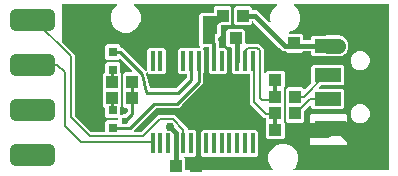
<source format=gbr>
G04 EAGLE Gerber RS-274X export*
G75*
%MOMM*%
%FSLAX34Y34*%
%LPD*%
%INTop Copper*%
%IPPOS*%
%AMOC8*
5,1,8,0,0,1.08239X$1,22.5*%
G01*
%ADD10R,2.300000X1.200000*%
%ADD11R,0.400000X1.700000*%
%ADD12R,1.100000X1.000000*%
%ADD13R,1.000000X1.100000*%
%ADD14C,0.965200*%
%ADD15R,0.800000X0.800000*%
%ADD16R,1.300000X1.500000*%
%ADD17C,0.750000*%
%ADD18C,0.254000*%
%ADD19C,1.270000*%
%ADD20C,0.812800*%
%ADD21C,0.406400*%
%ADD22C,0.203200*%
%ADD23C,0.600000*%
%ADD24C,0.304800*%

G36*
X63682Y2552D02*
X63682Y2552D01*
X63754Y2554D01*
X63803Y2572D01*
X63854Y2580D01*
X63917Y2614D01*
X63985Y2639D01*
X64025Y2671D01*
X64071Y2696D01*
X64121Y2748D01*
X64177Y2792D01*
X64205Y2836D01*
X64241Y2874D01*
X64271Y2939D01*
X64310Y2999D01*
X64322Y3050D01*
X64344Y3097D01*
X64352Y3168D01*
X64370Y3238D01*
X64366Y3290D01*
X64371Y3341D01*
X64356Y3412D01*
X64351Y3483D01*
X64330Y3531D01*
X64319Y3582D01*
X64282Y3643D01*
X64254Y3709D01*
X64209Y3765D01*
X64193Y3793D01*
X64175Y3808D01*
X64149Y3840D01*
X62393Y5596D01*
X60484Y10205D01*
X60484Y15195D01*
X62393Y19804D01*
X65921Y23332D01*
X70530Y25241D01*
X75520Y25241D01*
X80129Y23332D01*
X83657Y19804D01*
X85566Y15195D01*
X85566Y10205D01*
X83657Y5596D01*
X81901Y3840D01*
X81859Y3782D01*
X81809Y3730D01*
X81787Y3683D01*
X81757Y3641D01*
X81736Y3572D01*
X81706Y3507D01*
X81700Y3455D01*
X81685Y3405D01*
X81687Y3334D01*
X81679Y3263D01*
X81690Y3212D01*
X81691Y3160D01*
X81716Y3092D01*
X81731Y3022D01*
X81758Y2977D01*
X81775Y2929D01*
X81820Y2873D01*
X81857Y2811D01*
X81897Y2777D01*
X81929Y2737D01*
X81989Y2698D01*
X82044Y2651D01*
X82092Y2632D01*
X82136Y2604D01*
X82206Y2586D01*
X82272Y2559D01*
X82343Y2551D01*
X82375Y2543D01*
X82398Y2545D01*
X82439Y2541D01*
X161798Y2541D01*
X161818Y2544D01*
X161837Y2542D01*
X161939Y2564D01*
X162041Y2580D01*
X162058Y2590D01*
X162078Y2594D01*
X162167Y2647D01*
X162258Y2696D01*
X162272Y2710D01*
X162289Y2720D01*
X162356Y2799D01*
X162428Y2874D01*
X162436Y2892D01*
X162449Y2907D01*
X162488Y3003D01*
X162531Y3097D01*
X162533Y3117D01*
X162541Y3135D01*
X162559Y3302D01*
X162559Y142748D01*
X162556Y142768D01*
X162558Y142787D01*
X162536Y142889D01*
X162520Y142991D01*
X162510Y143008D01*
X162506Y143028D01*
X162453Y143117D01*
X162404Y143208D01*
X162390Y143222D01*
X162380Y143239D01*
X162301Y143306D01*
X162226Y143378D01*
X162208Y143386D01*
X162193Y143399D01*
X162097Y143438D01*
X162003Y143481D01*
X161983Y143483D01*
X161965Y143491D01*
X161798Y143509D01*
X82439Y143509D01*
X82368Y143498D01*
X82296Y143496D01*
X82247Y143478D01*
X82196Y143470D01*
X82133Y143436D01*
X82065Y143411D01*
X82025Y143379D01*
X81979Y143354D01*
X81929Y143302D01*
X81873Y143258D01*
X81845Y143214D01*
X81809Y143176D01*
X81779Y143111D01*
X81740Y143051D01*
X81728Y143000D01*
X81706Y142953D01*
X81698Y142882D01*
X81680Y142812D01*
X81684Y142760D01*
X81679Y142709D01*
X81694Y142638D01*
X81699Y142567D01*
X81720Y142519D01*
X81731Y142468D01*
X81768Y142407D01*
X81796Y142341D01*
X81841Y142285D01*
X81857Y142257D01*
X81875Y142242D01*
X81901Y142210D01*
X85244Y138866D01*
X87153Y134257D01*
X87153Y129268D01*
X85244Y124659D01*
X81716Y121131D01*
X78033Y119605D01*
X77950Y119554D01*
X77864Y119508D01*
X77846Y119489D01*
X77824Y119476D01*
X77762Y119401D01*
X77695Y119330D01*
X77684Y119306D01*
X77667Y119286D01*
X77632Y119195D01*
X77591Y119107D01*
X77588Y119081D01*
X77579Y119057D01*
X77575Y118959D01*
X77564Y118863D01*
X77570Y118837D01*
X77568Y118811D01*
X77596Y118717D01*
X77616Y118622D01*
X77630Y118600D01*
X77637Y118575D01*
X77692Y118495D01*
X77742Y118411D01*
X77762Y118394D01*
X77777Y118373D01*
X77855Y118314D01*
X77929Y118251D01*
X77954Y118241D01*
X77975Y118226D01*
X78067Y118196D01*
X78157Y118159D01*
X78190Y118156D01*
X78208Y118150D01*
X78241Y118150D01*
X78324Y118141D01*
X88602Y118141D01*
X90091Y116652D01*
X90091Y113359D01*
X90094Y113339D01*
X90092Y113320D01*
X90114Y113218D01*
X90130Y113116D01*
X90140Y113099D01*
X90144Y113079D01*
X90197Y112990D01*
X90246Y112899D01*
X90260Y112885D01*
X90270Y112868D01*
X90349Y112801D01*
X90424Y112729D01*
X90442Y112721D01*
X90457Y112708D01*
X90553Y112669D01*
X90647Y112626D01*
X90667Y112624D01*
X90685Y112616D01*
X90852Y112598D01*
X95948Y112598D01*
X95968Y112601D01*
X95987Y112599D01*
X96089Y112621D01*
X96191Y112637D01*
X96208Y112647D01*
X96228Y112651D01*
X96317Y112704D01*
X96408Y112753D01*
X96422Y112767D01*
X96439Y112777D01*
X96506Y112856D01*
X96578Y112931D01*
X96586Y112949D01*
X96599Y112964D01*
X96638Y113060D01*
X96681Y113154D01*
X96683Y113174D01*
X96691Y113192D01*
X96709Y113359D01*
X96709Y115077D01*
X98198Y116566D01*
X107985Y116566D01*
X108050Y116576D01*
X108115Y116577D01*
X108195Y116600D01*
X108228Y116605D01*
X108245Y116615D01*
X108276Y116624D01*
X108982Y116916D01*
X112518Y116916D01*
X112560Y116899D01*
X112623Y116884D01*
X112684Y116859D01*
X112767Y116850D01*
X112799Y116843D01*
X112818Y116844D01*
X112851Y116841D01*
X120831Y116841D01*
X121355Y116624D01*
X121419Y116609D01*
X121480Y116584D01*
X121562Y116575D01*
X121594Y116568D01*
X121614Y116569D01*
X121646Y116566D01*
X123302Y116566D01*
X124797Y115071D01*
X124805Y115020D01*
X124813Y114929D01*
X124825Y114900D01*
X124830Y114868D01*
X124873Y114787D01*
X124909Y114703D01*
X124935Y114671D01*
X124946Y114650D01*
X124969Y114628D01*
X125014Y114572D01*
X126600Y112986D01*
X127953Y109718D01*
X127953Y106182D01*
X126600Y102914D01*
X125014Y101328D01*
X124961Y101254D01*
X124901Y101184D01*
X124889Y101154D01*
X124870Y101128D01*
X124843Y101041D01*
X124833Y101015D01*
X123302Y99484D01*
X122008Y99484D01*
X121944Y99474D01*
X121878Y99473D01*
X121798Y99450D01*
X121766Y99445D01*
X121749Y99435D01*
X121717Y99426D01*
X120831Y99059D01*
X109057Y99059D01*
X108170Y99426D01*
X108107Y99441D01*
X108046Y99466D01*
X107963Y99475D01*
X107931Y99482D01*
X107912Y99481D01*
X107879Y99484D01*
X98198Y99484D01*
X96709Y100973D01*
X96709Y102691D01*
X96706Y102711D01*
X96708Y102730D01*
X96686Y102832D01*
X96670Y102934D01*
X96660Y102951D01*
X96656Y102971D01*
X96603Y103060D01*
X96554Y103151D01*
X96540Y103165D01*
X96530Y103182D01*
X96451Y103249D01*
X96376Y103321D01*
X96358Y103329D01*
X96343Y103342D01*
X96247Y103381D01*
X96153Y103424D01*
X96133Y103426D01*
X96115Y103434D01*
X95948Y103452D01*
X90311Y103452D01*
X90221Y103438D01*
X90130Y103430D01*
X90100Y103418D01*
X90068Y103413D01*
X89987Y103370D01*
X89903Y103334D01*
X89871Y103308D01*
X89851Y103297D01*
X89828Y103274D01*
X89772Y103229D01*
X88602Y102059D01*
X76498Y102059D01*
X75328Y103229D01*
X75254Y103282D01*
X75184Y103342D01*
X75154Y103354D01*
X75128Y103373D01*
X75041Y103400D01*
X74956Y103434D01*
X74915Y103438D01*
X74893Y103445D01*
X74861Y103444D01*
X74789Y103452D01*
X72643Y103452D01*
X69742Y106354D01*
X47541Y128554D01*
X47467Y128607D01*
X47398Y128667D01*
X47368Y128679D01*
X47342Y128698D01*
X47255Y128725D01*
X47170Y128759D01*
X47129Y128763D01*
X47107Y128770D01*
X47074Y128769D01*
X47003Y128777D01*
X46964Y128777D01*
X46945Y128774D01*
X46925Y128776D01*
X46869Y128764D01*
X46861Y128764D01*
X46850Y128760D01*
X46824Y128754D01*
X46722Y128738D01*
X46704Y128728D01*
X46685Y128724D01*
X46596Y128671D01*
X46504Y128622D01*
X46491Y128608D01*
X46474Y128598D01*
X46406Y128519D01*
X46335Y128444D01*
X46327Y128426D01*
X46314Y128411D01*
X46275Y128315D01*
X46231Y128221D01*
X46229Y128201D01*
X46222Y128183D01*
X46203Y128016D01*
X46203Y126798D01*
X44715Y125309D01*
X32610Y125309D01*
X31122Y126798D01*
X31122Y139902D01*
X32610Y141391D01*
X44715Y141391D01*
X46203Y139902D01*
X46203Y138684D01*
X46206Y138664D01*
X46204Y138645D01*
X46226Y138543D01*
X46243Y138441D01*
X46252Y138424D01*
X46257Y138404D01*
X46310Y138315D01*
X46358Y138224D01*
X46372Y138210D01*
X46383Y138193D01*
X46461Y138126D01*
X46536Y138054D01*
X46554Y138046D01*
X46570Y138033D01*
X46666Y137994D01*
X46759Y137951D01*
X46779Y137949D01*
X46798Y137941D01*
X46964Y137923D01*
X51107Y137923D01*
X60999Y128030D01*
X61078Y127973D01*
X61153Y127911D01*
X61178Y127902D01*
X61199Y127886D01*
X61292Y127858D01*
X61383Y127823D01*
X61409Y127822D01*
X61434Y127814D01*
X61531Y127817D01*
X61629Y127812D01*
X61654Y127820D01*
X61680Y127820D01*
X61772Y127854D01*
X61865Y127881D01*
X61887Y127896D01*
X61911Y127905D01*
X61987Y127966D01*
X62067Y128021D01*
X62083Y128042D01*
X62103Y128059D01*
X62156Y128141D01*
X62214Y128219D01*
X62222Y128243D01*
X62236Y128265D01*
X62260Y128360D01*
X62290Y128452D01*
X62290Y128479D01*
X62296Y128504D01*
X62289Y128601D01*
X62288Y128698D01*
X62279Y128730D01*
X62277Y128749D01*
X62264Y128780D01*
X62241Y128860D01*
X62072Y129268D01*
X62072Y134257D01*
X63981Y138866D01*
X67324Y142210D01*
X67366Y142268D01*
X67416Y142320D01*
X67438Y142367D01*
X67468Y142409D01*
X67489Y142478D01*
X67519Y142543D01*
X67525Y142595D01*
X67540Y142645D01*
X67538Y142716D01*
X67546Y142787D01*
X67535Y142838D01*
X67534Y142890D01*
X67509Y142958D01*
X67494Y143028D01*
X67467Y143073D01*
X67450Y143121D01*
X67405Y143177D01*
X67368Y143239D01*
X67328Y143273D01*
X67296Y143313D01*
X67236Y143352D01*
X67181Y143399D01*
X67133Y143418D01*
X67089Y143446D01*
X67019Y143464D01*
X66953Y143491D01*
X66882Y143499D01*
X66850Y143507D01*
X66827Y143505D01*
X66786Y143509D01*
X-52499Y143509D01*
X-52569Y143498D01*
X-52641Y143496D01*
X-52690Y143478D01*
X-52741Y143470D01*
X-52805Y143436D01*
X-52872Y143411D01*
X-52913Y143379D01*
X-52959Y143354D01*
X-53008Y143302D01*
X-53064Y143258D01*
X-53092Y143214D01*
X-53128Y143176D01*
X-53158Y143111D01*
X-53197Y143051D01*
X-53210Y143000D01*
X-53232Y142953D01*
X-53240Y142882D01*
X-53257Y142812D01*
X-53253Y142760D01*
X-53259Y142709D01*
X-53244Y142638D01*
X-53238Y142567D01*
X-53218Y142519D01*
X-53207Y142468D01*
X-53170Y142407D01*
X-53142Y142341D01*
X-53097Y142285D01*
X-53080Y142257D01*
X-53063Y142242D01*
X-53037Y142210D01*
X-49693Y138866D01*
X-47784Y134257D01*
X-47784Y129268D01*
X-49693Y124659D01*
X-53221Y121131D01*
X-57830Y119222D01*
X-62820Y119222D01*
X-67429Y121131D01*
X-70957Y124659D01*
X-72866Y129268D01*
X-72866Y134257D01*
X-70957Y138866D01*
X-67613Y142210D01*
X-67571Y142268D01*
X-67522Y142320D01*
X-67500Y142367D01*
X-67470Y142409D01*
X-67448Y142478D01*
X-67418Y142543D01*
X-67412Y142595D01*
X-67397Y142645D01*
X-67399Y142716D01*
X-67391Y142787D01*
X-67402Y142838D01*
X-67404Y142890D01*
X-67428Y142958D01*
X-67443Y143028D01*
X-67470Y143073D01*
X-67488Y143121D01*
X-67533Y143177D01*
X-67570Y143239D01*
X-67609Y143273D01*
X-67642Y143313D01*
X-67702Y143352D01*
X-67756Y143399D01*
X-67805Y143418D01*
X-67849Y143446D01*
X-67918Y143464D01*
X-67985Y143491D01*
X-68056Y143499D01*
X-68087Y143507D01*
X-68110Y143505D01*
X-68151Y143509D01*
X-113856Y143509D01*
X-113875Y143506D01*
X-113895Y143508D01*
X-113996Y143486D01*
X-114098Y143470D01*
X-114116Y143460D01*
X-114135Y143456D01*
X-114224Y143403D01*
X-114316Y143354D01*
X-114329Y143340D01*
X-114346Y143330D01*
X-114414Y143251D01*
X-114485Y143176D01*
X-114493Y143158D01*
X-114506Y143143D01*
X-114545Y143047D01*
X-114589Y142953D01*
X-114591Y142933D01*
X-114598Y142915D01*
X-114617Y142748D01*
X-114617Y112025D01*
X-114602Y111934D01*
X-114595Y111844D01*
X-114582Y111814D01*
X-114577Y111782D01*
X-114534Y111701D01*
X-114499Y111617D01*
X-114473Y111585D01*
X-114462Y111564D01*
X-114439Y111542D01*
X-114394Y111486D01*
X-103408Y100501D01*
X-103408Y49414D01*
X-103394Y49323D01*
X-103386Y49233D01*
X-103374Y49203D01*
X-103369Y49171D01*
X-103326Y49090D01*
X-103290Y49006D01*
X-103264Y48974D01*
X-103253Y48953D01*
X-103230Y48931D01*
X-103185Y48875D01*
X-89743Y35433D01*
X-89669Y35380D01*
X-89600Y35321D01*
X-89570Y35308D01*
X-89543Y35290D01*
X-89457Y35263D01*
X-89372Y35229D01*
X-89331Y35224D01*
X-89308Y35217D01*
X-89276Y35218D01*
X-89205Y35210D01*
X-78739Y35210D01*
X-78720Y35213D01*
X-78700Y35211D01*
X-78599Y35233D01*
X-78497Y35250D01*
X-78479Y35259D01*
X-78460Y35264D01*
X-78371Y35317D01*
X-78279Y35365D01*
X-78266Y35379D01*
X-78249Y35390D01*
X-78181Y35468D01*
X-78110Y35543D01*
X-78102Y35561D01*
X-78089Y35577D01*
X-78050Y35673D01*
X-78006Y35766D01*
X-78004Y35786D01*
X-77997Y35805D01*
X-77978Y35971D01*
X-77978Y43590D01*
X-76490Y45078D01*
X-67525Y45078D01*
X-67411Y45097D01*
X-67295Y45114D01*
X-67289Y45117D01*
X-67283Y45118D01*
X-67180Y45172D01*
X-67075Y45226D01*
X-67071Y45230D01*
X-67065Y45233D01*
X-66985Y45318D01*
X-66903Y45401D01*
X-66899Y45408D01*
X-66896Y45411D01*
X-66888Y45428D01*
X-66822Y45548D01*
X-66658Y45944D01*
X-66648Y45989D01*
X-66628Y46031D01*
X-66620Y46108D01*
X-66602Y46184D01*
X-66606Y46229D01*
X-66601Y46275D01*
X-66618Y46351D01*
X-66625Y46429D01*
X-66644Y46470D01*
X-66653Y46515D01*
X-66693Y46582D01*
X-66725Y46653D01*
X-66756Y46687D01*
X-66780Y46726D01*
X-66839Y46777D01*
X-66892Y46834D01*
X-66932Y46856D01*
X-66967Y46886D01*
X-67039Y46916D01*
X-67107Y46953D01*
X-67152Y46961D01*
X-67195Y46978D01*
X-67331Y46993D01*
X-67349Y46997D01*
X-67354Y46996D01*
X-67361Y46997D01*
X-76490Y46997D01*
X-77978Y48485D01*
X-77978Y55070D01*
X-77981Y55088D01*
X-77979Y55106D01*
X-77994Y55175D01*
X-78000Y55251D01*
X-78013Y55281D01*
X-78018Y55313D01*
X-78028Y55332D01*
X-78032Y55347D01*
X-78064Y55402D01*
X-78096Y55477D01*
X-78122Y55509D01*
X-78133Y55530D01*
X-78151Y55547D01*
X-78158Y55558D01*
X-78168Y55567D01*
X-78201Y55608D01*
X-79541Y56948D01*
X-79541Y70052D01*
X-79488Y70105D01*
X-79476Y70122D01*
X-79460Y70134D01*
X-79404Y70221D01*
X-79344Y70305D01*
X-79338Y70324D01*
X-79327Y70341D01*
X-79302Y70441D01*
X-79272Y70540D01*
X-79272Y70560D01*
X-79267Y70580D01*
X-79275Y70683D01*
X-79278Y70786D01*
X-79285Y70805D01*
X-79287Y70825D01*
X-79327Y70920D01*
X-79363Y71017D01*
X-79375Y71033D01*
X-79383Y71051D01*
X-79488Y71182D01*
X-79541Y71235D01*
X-79541Y84340D01*
X-78201Y85679D01*
X-78148Y85753D01*
X-78089Y85823D01*
X-78077Y85853D01*
X-78058Y85879D01*
X-78031Y85966D01*
X-77997Y86051D01*
X-77992Y86092D01*
X-77985Y86114D01*
X-77986Y86146D01*
X-77978Y86218D01*
X-77978Y92802D01*
X-76490Y94291D01*
X-66385Y94291D01*
X-64897Y92802D01*
X-64897Y85093D01*
X-64882Y85003D01*
X-64875Y84912D01*
X-64862Y84882D01*
X-64857Y84850D01*
X-64814Y84769D01*
X-64779Y84685D01*
X-64753Y84653D01*
X-64742Y84633D01*
X-64719Y84610D01*
X-64674Y84554D01*
X-64459Y84340D01*
X-64459Y71235D01*
X-64512Y71182D01*
X-64524Y71166D01*
X-64540Y71153D01*
X-64595Y71066D01*
X-64656Y70982D01*
X-64662Y70963D01*
X-64673Y70947D01*
X-64698Y70846D01*
X-64728Y70747D01*
X-64728Y70727D01*
X-64733Y70708D01*
X-64725Y70605D01*
X-64722Y70501D01*
X-64715Y70483D01*
X-64713Y70463D01*
X-64673Y70368D01*
X-64637Y70270D01*
X-64625Y70255D01*
X-64617Y70236D01*
X-64512Y70105D01*
X-64459Y70052D01*
X-64459Y56948D01*
X-64674Y56733D01*
X-64727Y56659D01*
X-64786Y56590D01*
X-64799Y56559D01*
X-64817Y56533D01*
X-64844Y56446D01*
X-64878Y56361D01*
X-64883Y56321D01*
X-64890Y56298D01*
X-64889Y56266D01*
X-64897Y56195D01*
X-64897Y49996D01*
X-64889Y49951D01*
X-64891Y49905D01*
X-64870Y49830D01*
X-64857Y49753D01*
X-64836Y49713D01*
X-64823Y49669D01*
X-64778Y49605D01*
X-64742Y49536D01*
X-64709Y49504D01*
X-64683Y49467D01*
X-64620Y49420D01*
X-64564Y49366D01*
X-64522Y49347D01*
X-64485Y49320D01*
X-64411Y49296D01*
X-64341Y49263D01*
X-64295Y49258D01*
X-64251Y49244D01*
X-64173Y49244D01*
X-64096Y49236D01*
X-64051Y49246D01*
X-64005Y49246D01*
X-63874Y49284D01*
X-63856Y49288D01*
X-63851Y49291D01*
X-63844Y49293D01*
X-62428Y49879D01*
X-61490Y49879D01*
X-61400Y49894D01*
X-61309Y49901D01*
X-61279Y49914D01*
X-61247Y49919D01*
X-61166Y49962D01*
X-61082Y49997D01*
X-61050Y50023D01*
X-61030Y50034D01*
X-61007Y50057D01*
X-60952Y50102D01*
X-59034Y52020D01*
X-58981Y52094D01*
X-58921Y52163D01*
X-58909Y52194D01*
X-58890Y52220D01*
X-58863Y52307D01*
X-58829Y52392D01*
X-58825Y52433D01*
X-58818Y52455D01*
X-58819Y52487D01*
X-58811Y52558D01*
X-58811Y54698D01*
X-58814Y54718D01*
X-58812Y54737D01*
X-58834Y54839D01*
X-58850Y54941D01*
X-58860Y54958D01*
X-58864Y54978D01*
X-58917Y55067D01*
X-58966Y55158D01*
X-58980Y55172D01*
X-58990Y55189D01*
X-59069Y55256D01*
X-59144Y55328D01*
X-59162Y55336D01*
X-59177Y55349D01*
X-59273Y55388D01*
X-59367Y55431D01*
X-59387Y55433D01*
X-59405Y55441D01*
X-59572Y55459D01*
X-61052Y55459D01*
X-62541Y56948D01*
X-62541Y70052D01*
X-62488Y70105D01*
X-62476Y70122D01*
X-62460Y70134D01*
X-62404Y70221D01*
X-62344Y70305D01*
X-62338Y70324D01*
X-62327Y70341D01*
X-62302Y70441D01*
X-62272Y70540D01*
X-62272Y70560D01*
X-62267Y70580D01*
X-62275Y70683D01*
X-62278Y70786D01*
X-62285Y70805D01*
X-62287Y70825D01*
X-62327Y70920D01*
X-62363Y71017D01*
X-62375Y71033D01*
X-62383Y71051D01*
X-62488Y71182D01*
X-62541Y71235D01*
X-62541Y84340D01*
X-61052Y85828D01*
X-55568Y85828D01*
X-55497Y85840D01*
X-55425Y85842D01*
X-55376Y85860D01*
X-55325Y85868D01*
X-55262Y85901D01*
X-55194Y85926D01*
X-55154Y85959D01*
X-55108Y85983D01*
X-55058Y86035D01*
X-55002Y86080D01*
X-54974Y86124D01*
X-54938Y86161D01*
X-54908Y86226D01*
X-54869Y86287D01*
X-54857Y86337D01*
X-54835Y86384D01*
X-54827Y86456D01*
X-54809Y86525D01*
X-54813Y86577D01*
X-54808Y86629D01*
X-54823Y86699D01*
X-54828Y86770D01*
X-54849Y86818D01*
X-54860Y86869D01*
X-54897Y86931D01*
X-54925Y86997D01*
X-54969Y87053D01*
X-54986Y87080D01*
X-55004Y87096D01*
X-55029Y87128D01*
X-64710Y96808D01*
X-64726Y96820D01*
X-64738Y96835D01*
X-64826Y96891D01*
X-64909Y96952D01*
X-64928Y96957D01*
X-64945Y96968D01*
X-65046Y96994D01*
X-65145Y97024D01*
X-65164Y97023D01*
X-65184Y97028D01*
X-65287Y97020D01*
X-65390Y97018D01*
X-65409Y97011D01*
X-65429Y97009D01*
X-65524Y96969D01*
X-65621Y96933D01*
X-65637Y96921D01*
X-65655Y96913D01*
X-65786Y96808D01*
X-66385Y96209D01*
X-76490Y96209D01*
X-77978Y97698D01*
X-77978Y107802D01*
X-76490Y109291D01*
X-66385Y109291D01*
X-64897Y107802D01*
X-64897Y107322D01*
X-64894Y107302D01*
X-64896Y107283D01*
X-64874Y107181D01*
X-64857Y107079D01*
X-64848Y107062D01*
X-64843Y107042D01*
X-64790Y106953D01*
X-64742Y106862D01*
X-64728Y106848D01*
X-64717Y106831D01*
X-64639Y106764D01*
X-64564Y106692D01*
X-64546Y106684D01*
X-64530Y106671D01*
X-64434Y106632D01*
X-64341Y106589D01*
X-64321Y106587D01*
X-64302Y106579D01*
X-64136Y106561D01*
X-63684Y106561D01*
X-44382Y87258D01*
X-44375Y87253D01*
X-44369Y87246D01*
X-44236Y87145D01*
X-43182Y86510D01*
X-43087Y86472D01*
X-42994Y86429D01*
X-42973Y86426D01*
X-42954Y86419D01*
X-42852Y86413D01*
X-42750Y86402D01*
X-42729Y86406D01*
X-42708Y86405D01*
X-42610Y86432D01*
X-42510Y86454D01*
X-42492Y86465D01*
X-42471Y86470D01*
X-42386Y86528D01*
X-42299Y86580D01*
X-42285Y86596D01*
X-42267Y86608D01*
X-42205Y86689D01*
X-42139Y86767D01*
X-42131Y86787D01*
X-42118Y86803D01*
X-42085Y86900D01*
X-42047Y86995D01*
X-42044Y87021D01*
X-42039Y87036D01*
X-42039Y87069D01*
X-42028Y87162D01*
X-42028Y104877D01*
X-40540Y106366D01*
X-27935Y106366D01*
X-26447Y104877D01*
X-26447Y85773D01*
X-27935Y84284D01*
X-40540Y84284D01*
X-41571Y85315D01*
X-41629Y85357D01*
X-41681Y85406D01*
X-41728Y85428D01*
X-41771Y85459D01*
X-41839Y85480D01*
X-41904Y85510D01*
X-41956Y85516D01*
X-42006Y85531D01*
X-42077Y85529D01*
X-42149Y85537D01*
X-42199Y85526D01*
X-42252Y85525D01*
X-42319Y85500D01*
X-42389Y85485D01*
X-42434Y85458D01*
X-42483Y85440D01*
X-42539Y85395D01*
X-42600Y85359D01*
X-42634Y85319D01*
X-42675Y85287D01*
X-42713Y85226D01*
X-42760Y85172D01*
X-42779Y85123D01*
X-42808Y85080D01*
X-42825Y85010D01*
X-42852Y84944D01*
X-42860Y84872D01*
X-42868Y84841D01*
X-42866Y84818D01*
X-42870Y84777D01*
X-42870Y84727D01*
X-42869Y84719D01*
X-42869Y84716D01*
X-42870Y84710D01*
X-42848Y84544D01*
X-39897Y72651D01*
X-39877Y72604D01*
X-39866Y72555D01*
X-39828Y72492D01*
X-39800Y72425D01*
X-39766Y72387D01*
X-39740Y72344D01*
X-39684Y72296D01*
X-39636Y72242D01*
X-39591Y72217D01*
X-39553Y72184D01*
X-39485Y72156D01*
X-39422Y72120D01*
X-39372Y72111D01*
X-39325Y72092D01*
X-39206Y72079D01*
X-39180Y72074D01*
X-39171Y72075D01*
X-39158Y72073D01*
X-17769Y72073D01*
X-17679Y72088D01*
X-17588Y72095D01*
X-17558Y72108D01*
X-17526Y72113D01*
X-17445Y72156D01*
X-17361Y72191D01*
X-17329Y72217D01*
X-17309Y72228D01*
X-17286Y72251D01*
X-17231Y72296D01*
X-9021Y80505D01*
X-8968Y80579D01*
X-8909Y80649D01*
X-8897Y80679D01*
X-8878Y80705D01*
X-8851Y80792D01*
X-8817Y80877D01*
X-8812Y80918D01*
X-8805Y80940D01*
X-8806Y80972D01*
X-8798Y81044D01*
X-8798Y83523D01*
X-8801Y83543D01*
X-8799Y83562D01*
X-8821Y83664D01*
X-8838Y83766D01*
X-8847Y83783D01*
X-8852Y83803D01*
X-8905Y83892D01*
X-8953Y83983D01*
X-8967Y83997D01*
X-8978Y84014D01*
X-9056Y84081D01*
X-9131Y84153D01*
X-9149Y84161D01*
X-9165Y84174D01*
X-9261Y84213D01*
X-9354Y84256D01*
X-9374Y84258D01*
X-9393Y84266D01*
X-9559Y84284D01*
X-14540Y84284D01*
X-16028Y85773D01*
X-16028Y104877D01*
X-14540Y106366D01*
X2091Y106366D01*
X2162Y106377D01*
X2233Y106379D01*
X2282Y106397D01*
X2334Y106405D01*
X2397Y106439D01*
X2464Y106464D01*
X2505Y106496D01*
X2551Y106521D01*
X2600Y106573D01*
X2656Y106617D01*
X2684Y106661D01*
X2720Y106699D01*
X2751Y106764D01*
X2789Y106824D01*
X2802Y106875D01*
X2824Y106922D01*
X2832Y106993D01*
X2849Y107063D01*
X2845Y107115D01*
X2851Y107166D01*
X2836Y107237D01*
X2830Y107308D01*
X2810Y107356D01*
X2799Y107407D01*
X2762Y107468D01*
X2734Y107534D01*
X2689Y107590D01*
X2673Y107618D01*
X2655Y107633D01*
X2629Y107665D01*
X2047Y108248D01*
X2047Y133965D01*
X3535Y135453D01*
X13361Y135453D01*
X13380Y135456D01*
X13400Y135454D01*
X13501Y135476D01*
X13603Y135493D01*
X13621Y135502D01*
X13640Y135507D01*
X13729Y135560D01*
X13821Y135608D01*
X13834Y135622D01*
X13851Y135633D01*
X13919Y135711D01*
X13990Y135786D01*
X13998Y135804D01*
X14011Y135820D01*
X14050Y135916D01*
X14094Y136009D01*
X14096Y136029D01*
X14103Y136048D01*
X14122Y136214D01*
X14122Y139902D01*
X15610Y141391D01*
X27715Y141391D01*
X29203Y139902D01*
X29203Y126798D01*
X27715Y125309D01*
X20889Y125309D01*
X20870Y125306D01*
X20850Y125308D01*
X20749Y125286D01*
X20647Y125270D01*
X20629Y125260D01*
X20610Y125256D01*
X20521Y125203D01*
X20429Y125154D01*
X20416Y125140D01*
X20399Y125130D01*
X20331Y125051D01*
X20260Y124976D01*
X20252Y124958D01*
X20239Y124943D01*
X20200Y124847D01*
X20156Y124753D01*
X20154Y124733D01*
X20147Y124715D01*
X20128Y124548D01*
X20128Y116860D01*
X18552Y115284D01*
X18521Y115265D01*
X18429Y115217D01*
X18416Y115203D01*
X18399Y115192D01*
X18331Y115114D01*
X18260Y115039D01*
X18252Y115021D01*
X18239Y115005D01*
X18200Y114909D01*
X18156Y114816D01*
X18154Y114796D01*
X18147Y114777D01*
X18128Y114611D01*
X18128Y112323D01*
X18143Y112233D01*
X18150Y112142D01*
X18163Y112112D01*
X18168Y112080D01*
X18211Y112000D01*
X18246Y111916D01*
X18272Y111884D01*
X18283Y111863D01*
X18306Y111841D01*
X18351Y111785D01*
X18577Y111559D01*
X18577Y107127D01*
X18580Y107107D01*
X18578Y107088D01*
X18600Y106986D01*
X18617Y106884D01*
X18626Y106867D01*
X18631Y106847D01*
X18684Y106758D01*
X18732Y106667D01*
X18746Y106653D01*
X18757Y106636D01*
X18835Y106569D01*
X18910Y106497D01*
X18928Y106489D01*
X18944Y106476D01*
X19040Y106437D01*
X19133Y106394D01*
X19153Y106392D01*
X19172Y106384D01*
X19338Y106366D01*
X24065Y106366D01*
X25553Y104877D01*
X25553Y85773D01*
X24065Y84284D01*
X11460Y84284D01*
X9972Y85773D01*
X9972Y104877D01*
X10225Y105130D01*
X10278Y105204D01*
X10337Y105274D01*
X10350Y105304D01*
X10368Y105330D01*
X10395Y105417D01*
X10429Y105502D01*
X10434Y105543D01*
X10441Y105565D01*
X10440Y105597D01*
X10448Y105669D01*
X10448Y105998D01*
X10445Y106018D01*
X10447Y106037D01*
X10425Y106139D01*
X10408Y106241D01*
X10399Y106258D01*
X10394Y106278D01*
X10341Y106367D01*
X10293Y106458D01*
X10279Y106472D01*
X10268Y106489D01*
X10190Y106556D01*
X10115Y106628D01*
X10097Y106636D01*
X10081Y106649D01*
X9985Y106688D01*
X9892Y106731D01*
X9872Y106733D01*
X9853Y106741D01*
X9687Y106759D01*
X6009Y106759D01*
X5938Y106748D01*
X5867Y106746D01*
X5818Y106728D01*
X5766Y106720D01*
X5703Y106686D01*
X5636Y106661D01*
X5595Y106629D01*
X5549Y106604D01*
X5500Y106552D01*
X5444Y106508D01*
X5416Y106464D01*
X5380Y106426D01*
X5349Y106361D01*
X5311Y106301D01*
X5298Y106250D01*
X5276Y106203D01*
X5268Y106132D01*
X5251Y106062D01*
X5255Y106010D01*
X5249Y105959D01*
X5264Y105888D01*
X5270Y105817D01*
X5290Y105769D01*
X5301Y105718D01*
X5338Y105657D01*
X5366Y105591D01*
X5411Y105535D01*
X5427Y105507D01*
X5445Y105492D01*
X5471Y105460D01*
X6053Y104877D01*
X6053Y85773D01*
X5621Y85341D01*
X5568Y85267D01*
X5509Y85197D01*
X5496Y85167D01*
X5478Y85141D01*
X5451Y85054D01*
X5417Y84969D01*
X5412Y84928D01*
X5405Y84906D01*
X5406Y84874D01*
X5398Y84802D01*
X5398Y76209D01*
X2943Y73754D01*
X-13010Y57801D01*
X-15465Y55346D01*
X-34224Y55346D01*
X-34314Y55331D01*
X-34405Y55324D01*
X-34434Y55311D01*
X-34466Y55306D01*
X-34547Y55263D01*
X-34631Y55228D01*
X-34663Y55202D01*
X-34684Y55191D01*
X-34706Y55168D01*
X-34762Y55123D01*
X-52703Y37182D01*
X-53375Y36510D01*
X-53417Y36451D01*
X-53466Y36400D01*
X-53488Y36352D01*
X-53518Y36310D01*
X-53539Y36242D01*
X-53570Y36176D01*
X-53575Y36125D01*
X-53591Y36075D01*
X-53589Y36003D01*
X-53597Y35932D01*
X-53586Y35881D01*
X-53584Y35829D01*
X-53560Y35762D01*
X-53545Y35692D01*
X-53518Y35647D01*
X-53500Y35598D01*
X-53455Y35542D01*
X-53418Y35481D01*
X-53379Y35447D01*
X-53346Y35406D01*
X-53286Y35367D01*
X-53231Y35321D01*
X-53183Y35301D01*
X-53139Y35273D01*
X-53070Y35256D01*
X-53003Y35229D01*
X-52932Y35221D01*
X-52901Y35213D01*
X-52878Y35215D01*
X-52837Y35210D01*
X-47290Y35210D01*
X-47200Y35225D01*
X-47109Y35232D01*
X-47079Y35245D01*
X-47047Y35250D01*
X-46966Y35293D01*
X-46882Y35328D01*
X-46850Y35354D01*
X-46830Y35365D01*
X-46807Y35388D01*
X-46751Y35433D01*
X-32904Y49280D01*
X-19035Y49280D01*
X-7931Y38176D01*
X-7931Y37127D01*
X-7928Y37107D01*
X-7930Y37088D01*
X-7908Y36986D01*
X-7891Y36884D01*
X-7882Y36867D01*
X-7877Y36847D01*
X-7824Y36758D01*
X-7776Y36667D01*
X-7762Y36653D01*
X-7751Y36636D01*
X-7673Y36569D01*
X-7598Y36497D01*
X-7580Y36489D01*
X-7564Y36476D01*
X-7468Y36437D01*
X-7375Y36394D01*
X-7355Y36392D01*
X-7336Y36384D01*
X-7170Y36366D01*
X-1935Y36366D01*
X-447Y34877D01*
X-447Y15773D01*
X-1935Y14284D01*
X-10028Y14284D01*
X-10099Y14273D01*
X-10171Y14271D01*
X-10220Y14253D01*
X-10271Y14245D01*
X-10334Y14211D01*
X-10402Y14186D01*
X-10442Y14154D01*
X-10488Y14129D01*
X-10538Y14077D01*
X-10594Y14033D01*
X-10622Y13989D01*
X-10658Y13951D01*
X-10688Y13886D01*
X-10727Y13826D01*
X-10740Y13775D01*
X-10761Y13728D01*
X-10769Y13657D01*
X-10787Y13587D01*
X-10783Y13535D01*
X-10789Y13484D01*
X-10773Y13413D01*
X-10768Y13342D01*
X-10747Y13294D01*
X-10736Y13243D01*
X-10699Y13182D01*
X-10671Y13116D01*
X-10627Y13060D01*
X-10610Y13032D01*
X-10592Y13017D01*
X-10567Y12985D01*
X-9984Y12402D01*
X-9984Y3302D01*
X-9981Y3282D01*
X-9983Y3263D01*
X-9961Y3161D01*
X-9945Y3059D01*
X-9935Y3042D01*
X-9931Y3022D01*
X-9878Y2933D01*
X-9829Y2842D01*
X-9815Y2828D01*
X-9805Y2811D01*
X-9726Y2744D01*
X-9651Y2672D01*
X-9633Y2664D01*
X-9618Y2651D01*
X-9522Y2612D01*
X-9428Y2569D01*
X-9408Y2567D01*
X-9390Y2559D01*
X-9223Y2541D01*
X63611Y2541D01*
X63682Y2552D01*
G37*
%LPC*%
G36*
X59560Y28972D02*
X59560Y28972D01*
X58072Y30460D01*
X58072Y42565D01*
X58625Y43118D01*
X58636Y43134D01*
X58652Y43147D01*
X58681Y43192D01*
X58708Y43220D01*
X58726Y43259D01*
X58768Y43318D01*
X58774Y43337D01*
X58785Y43353D01*
X58803Y43424D01*
X58812Y43443D01*
X58814Y43467D01*
X58841Y43553D01*
X58840Y43573D01*
X58845Y43592D01*
X58838Y43682D01*
X58839Y43688D01*
X58837Y43696D01*
X58834Y43799D01*
X58827Y43817D01*
X58826Y43837D01*
X58786Y43932D01*
X58750Y44030D01*
X58737Y44045D01*
X58730Y44064D01*
X58625Y44195D01*
X58572Y44248D01*
X58572Y46126D01*
X58569Y46145D01*
X58571Y46165D01*
X58549Y46266D01*
X58532Y46368D01*
X58523Y46386D01*
X58518Y46405D01*
X58465Y46494D01*
X58417Y46586D01*
X58403Y46599D01*
X58392Y46616D01*
X58314Y46684D01*
X58239Y46755D01*
X58221Y46763D01*
X58205Y46776D01*
X58109Y46815D01*
X58016Y46859D01*
X57996Y46861D01*
X57977Y46868D01*
X57811Y46887D01*
X57058Y46887D01*
X45043Y58902D01*
X45043Y83523D01*
X45040Y83543D01*
X45042Y83562D01*
X45020Y83664D01*
X45004Y83766D01*
X44994Y83783D01*
X44990Y83803D01*
X44937Y83892D01*
X44888Y83983D01*
X44874Y83997D01*
X44864Y84014D01*
X44785Y84081D01*
X44710Y84153D01*
X44692Y84161D01*
X44677Y84174D01*
X44581Y84213D01*
X44487Y84256D01*
X44467Y84258D01*
X44449Y84266D01*
X44282Y84284D01*
X30960Y84284D01*
X29472Y85773D01*
X29472Y93084D01*
X29457Y93174D01*
X29450Y93265D01*
X29440Y93289D01*
X29440Y105998D01*
X29437Y106018D01*
X29439Y106037D01*
X29417Y106139D01*
X29400Y106241D01*
X29391Y106258D01*
X29386Y106278D01*
X29333Y106367D01*
X29285Y106458D01*
X29271Y106472D01*
X29260Y106489D01*
X29182Y106556D01*
X29107Y106628D01*
X29089Y106636D01*
X29073Y106649D01*
X28977Y106688D01*
X28884Y106731D01*
X28864Y106733D01*
X28845Y106741D01*
X28679Y106759D01*
X26223Y106759D01*
X24734Y108248D01*
X24734Y120352D01*
X26223Y121841D01*
X39327Y121841D01*
X40816Y120352D01*
X40816Y110680D01*
X40819Y110661D01*
X40817Y110641D01*
X40839Y110540D01*
X40855Y110438D01*
X40865Y110420D01*
X40869Y110401D01*
X40922Y110312D01*
X40971Y110220D01*
X40985Y110207D01*
X40995Y110190D01*
X41074Y110122D01*
X41149Y110051D01*
X41167Y110043D01*
X41182Y110030D01*
X41278Y109991D01*
X41372Y109947D01*
X41392Y109945D01*
X41410Y109938D01*
X41577Y109919D01*
X52273Y109919D01*
X56613Y105580D01*
X56613Y85806D01*
X56624Y85735D01*
X56626Y85664D01*
X56644Y85615D01*
X56652Y85563D01*
X56686Y85500D01*
X56711Y85433D01*
X56743Y85392D01*
X56768Y85346D01*
X56820Y85297D01*
X56864Y85241D01*
X56908Y85213D01*
X56946Y85177D01*
X57011Y85146D01*
X57071Y85108D01*
X57122Y85095D01*
X57169Y85073D01*
X57240Y85065D01*
X57310Y85048D01*
X57362Y85052D01*
X57413Y85046D01*
X57484Y85061D01*
X57555Y85067D01*
X57603Y85087D01*
X57654Y85098D01*
X57715Y85135D01*
X57781Y85163D01*
X57837Y85208D01*
X57865Y85224D01*
X57880Y85242D01*
X57912Y85268D01*
X59560Y86916D01*
X72665Y86916D01*
X74153Y85427D01*
X74153Y73323D01*
X73600Y72770D01*
X73589Y72753D01*
X73573Y72741D01*
X73517Y72654D01*
X73457Y72570D01*
X73451Y72551D01*
X73440Y72534D01*
X73415Y72434D01*
X73384Y72335D01*
X73385Y72315D01*
X73380Y72295D01*
X73388Y72192D01*
X73391Y72089D01*
X73398Y72070D01*
X73399Y72050D01*
X73439Y71955D01*
X73475Y71858D01*
X73488Y71842D01*
X73495Y71824D01*
X73600Y71693D01*
X73653Y71640D01*
X73653Y58535D01*
X73600Y58482D01*
X73589Y58466D01*
X73573Y58453D01*
X73517Y58366D01*
X73457Y58282D01*
X73451Y58263D01*
X73440Y58246D01*
X73415Y58146D01*
X73384Y58047D01*
X73385Y58027D01*
X73380Y58008D01*
X73388Y57905D01*
X73391Y57801D01*
X73398Y57783D01*
X73399Y57763D01*
X73439Y57668D01*
X73475Y57570D01*
X73488Y57555D01*
X73495Y57536D01*
X73600Y57405D01*
X73653Y57352D01*
X73653Y44248D01*
X73600Y44195D01*
X73589Y44178D01*
X73573Y44166D01*
X73517Y44079D01*
X73457Y43995D01*
X73451Y43976D01*
X73440Y43959D01*
X73415Y43859D01*
X73384Y43760D01*
X73385Y43740D01*
X73380Y43720D01*
X73388Y43621D01*
X73386Y43609D01*
X73388Y43599D01*
X73391Y43514D01*
X73398Y43495D01*
X73399Y43475D01*
X73432Y43397D01*
X73439Y43368D01*
X73452Y43346D01*
X73475Y43283D01*
X73488Y43267D01*
X73495Y43249D01*
X73553Y43177D01*
X73565Y43157D01*
X73577Y43147D01*
X73600Y43118D01*
X74153Y42565D01*
X74153Y30460D01*
X72665Y28972D01*
X59560Y28972D01*
G37*
%LPD*%
%LPC*%
G36*
X77060Y42759D02*
X77060Y42759D01*
X75572Y44248D01*
X75572Y57352D01*
X75625Y57405D01*
X75636Y57422D01*
X75652Y57434D01*
X75708Y57521D01*
X75768Y57605D01*
X75774Y57624D01*
X75785Y57641D01*
X75810Y57741D01*
X75841Y57840D01*
X75840Y57860D01*
X75845Y57880D01*
X75837Y57983D01*
X75834Y58086D01*
X75828Y58105D01*
X75826Y58125D01*
X75786Y58220D01*
X75750Y58317D01*
X75737Y58333D01*
X75730Y58351D01*
X75625Y58482D01*
X75572Y58535D01*
X75572Y71640D01*
X77060Y73128D01*
X89165Y73128D01*
X90793Y71500D01*
X90809Y71488D01*
X90822Y71473D01*
X90909Y71417D01*
X90993Y71356D01*
X91012Y71350D01*
X91029Y71340D01*
X91129Y71314D01*
X91228Y71284D01*
X91248Y71284D01*
X91267Y71280D01*
X91370Y71288D01*
X91474Y71290D01*
X91493Y71297D01*
X91513Y71299D01*
X91607Y71339D01*
X91705Y71375D01*
X91721Y71387D01*
X91739Y71395D01*
X91870Y71500D01*
X96486Y76116D01*
X96539Y76190D01*
X96599Y76260D01*
X96611Y76290D01*
X96630Y76316D01*
X96657Y76403D01*
X96691Y76488D01*
X96695Y76529D01*
X96702Y76551D01*
X96701Y76583D01*
X96709Y76655D01*
X96709Y90077D01*
X98198Y91566D01*
X123302Y91566D01*
X124791Y90077D01*
X124791Y75973D01*
X123302Y74484D01*
X105230Y74484D01*
X105139Y74470D01*
X105049Y74462D01*
X105019Y74450D01*
X104987Y74445D01*
X104906Y74402D01*
X104822Y74366D01*
X104790Y74340D01*
X104769Y74329D01*
X104747Y74306D01*
X104691Y74261D01*
X103295Y72865D01*
X103253Y72807D01*
X103204Y72755D01*
X103182Y72708D01*
X103152Y72666D01*
X103131Y72597D01*
X103100Y72532D01*
X103095Y72480D01*
X103079Y72430D01*
X103081Y72359D01*
X103073Y72288D01*
X103084Y72237D01*
X103086Y72185D01*
X103110Y72117D01*
X103126Y72047D01*
X103152Y72002D01*
X103170Y71954D01*
X103215Y71898D01*
X103252Y71836D01*
X103291Y71802D01*
X103324Y71762D01*
X103384Y71723D01*
X103439Y71676D01*
X103487Y71657D01*
X103531Y71629D01*
X103600Y71611D01*
X103667Y71584D01*
X103738Y71576D01*
X103769Y71568D01*
X103793Y71570D01*
X103834Y71566D01*
X123302Y71566D01*
X124791Y70077D01*
X124791Y55973D01*
X123302Y54484D01*
X98198Y54484D01*
X96709Y55973D01*
X96709Y57141D01*
X96698Y57212D01*
X96696Y57284D01*
X96678Y57333D01*
X96670Y57384D01*
X96636Y57448D01*
X96611Y57515D01*
X96579Y57556D01*
X96554Y57602D01*
X96502Y57651D01*
X96458Y57707D01*
X96414Y57735D01*
X96376Y57771D01*
X96311Y57801D01*
X96251Y57840D01*
X96200Y57853D01*
X96153Y57875D01*
X96082Y57883D01*
X96012Y57900D01*
X95960Y57896D01*
X95909Y57902D01*
X95838Y57886D01*
X95767Y57881D01*
X95719Y57861D01*
X95668Y57849D01*
X95607Y57813D01*
X95541Y57785D01*
X95485Y57740D01*
X95457Y57723D01*
X95442Y57705D01*
X95410Y57680D01*
X90876Y53146D01*
X90823Y53072D01*
X90764Y53003D01*
X90752Y52973D01*
X90733Y52946D01*
X90706Y52859D01*
X90672Y52775D01*
X90667Y52734D01*
X90660Y52711D01*
X90661Y52679D01*
X90653Y52608D01*
X90653Y44248D01*
X89165Y42759D01*
X77060Y42759D01*
G37*
%LPD*%
%LPC*%
G36*
X4960Y14284D02*
X4960Y14284D01*
X3472Y15773D01*
X3472Y34877D01*
X4960Y36366D01*
X50065Y36366D01*
X51553Y34877D01*
X51553Y15773D01*
X50065Y14284D01*
X4960Y14284D01*
G37*
%LPD*%
%LPC*%
G36*
X96311Y24129D02*
X96311Y24129D01*
X95567Y24874D01*
X95567Y49739D01*
X96311Y50483D01*
X125939Y50483D01*
X126683Y49739D01*
X126683Y24874D01*
X125939Y24129D01*
X96311Y24129D01*
G37*
%LPD*%
%LPC*%
G36*
X136651Y87484D02*
X136651Y87484D01*
X133695Y88708D01*
X131433Y90970D01*
X130209Y93926D01*
X130209Y97124D01*
X131433Y100080D01*
X133695Y102342D01*
X136651Y103566D01*
X139849Y103566D01*
X142805Y102342D01*
X145067Y100080D01*
X146291Y97124D01*
X146291Y93926D01*
X145067Y90970D01*
X142805Y88708D01*
X139849Y87484D01*
X136651Y87484D01*
G37*
%LPD*%
%LPC*%
G36*
X136651Y42484D02*
X136651Y42484D01*
X133695Y43708D01*
X131433Y45970D01*
X130209Y48926D01*
X130209Y52124D01*
X131433Y55080D01*
X133695Y57342D01*
X136651Y58566D01*
X139849Y58566D01*
X142805Y57342D01*
X145067Y55080D01*
X146291Y52124D01*
X146291Y48926D01*
X145067Y45970D01*
X142805Y43708D01*
X139849Y42484D01*
X136651Y42484D01*
G37*
%LPD*%
D10*
X110750Y108025D03*
X110750Y83025D03*
X110750Y63025D03*
X110750Y38025D03*
D11*
X-37488Y25325D03*
X-30988Y25325D03*
X-24488Y25325D03*
X-17988Y25325D03*
X-11488Y25325D03*
X-4988Y25325D03*
X1513Y25325D03*
X8013Y25325D03*
X14513Y25325D03*
X21013Y25325D03*
X27513Y25325D03*
X34013Y25325D03*
X40513Y25325D03*
X47013Y25325D03*
X47013Y95325D03*
X40513Y95325D03*
X34013Y95325D03*
X27513Y95325D03*
X21013Y95325D03*
X14513Y95325D03*
X8013Y95325D03*
X1513Y95325D03*
X-4988Y95325D03*
X-11488Y95325D03*
X-17988Y95325D03*
X-24488Y95325D03*
X-30988Y95325D03*
X-37488Y95325D03*
D12*
X66113Y79375D03*
X83113Y79375D03*
X66113Y36513D03*
X83113Y36513D03*
D13*
X83113Y50800D03*
X66113Y50800D03*
X83113Y65088D03*
X66113Y65088D03*
D12*
X10088Y114300D03*
X-6913Y114300D03*
D14*
X-125476Y87249D02*
X-153924Y87249D01*
X-153924Y96901D01*
X-125476Y96901D01*
X-125476Y87249D01*
X-125476Y96418D02*
X-153924Y96418D01*
X-153924Y125349D02*
X-125476Y125349D01*
X-153924Y125349D02*
X-153924Y135001D01*
X-125476Y135001D01*
X-125476Y125349D01*
X-125476Y134518D02*
X-153924Y134518D01*
D13*
X38663Y133350D03*
X21663Y133350D03*
X-72000Y77788D03*
X-55000Y77788D03*
X-72000Y63500D03*
X-55000Y63500D03*
D15*
X-71438Y53538D03*
X-71438Y38538D03*
X-71438Y87750D03*
X-71438Y102750D03*
D12*
X32775Y114300D03*
X49775Y114300D03*
D14*
X-125476Y11049D02*
X-153924Y11049D01*
X-153924Y20701D01*
X-125476Y20701D01*
X-125476Y11049D01*
X-125476Y20218D02*
X-153924Y20218D01*
X-153924Y49149D02*
X-125476Y49149D01*
X-153924Y49149D02*
X-153924Y58801D01*
X-125476Y58801D01*
X-125476Y49149D01*
X-125476Y58318D02*
X-153924Y58318D01*
D13*
X82550Y110100D03*
X82550Y93100D03*
D12*
X-18025Y6350D03*
X-1025Y6350D03*
D16*
X11088Y125413D03*
X-7913Y125413D03*
D17*
X-139700Y53975D03*
X-152400Y58738D03*
D18*
X-139700Y53975D02*
X-131763Y53975D01*
X-127000Y49213D01*
D17*
X-127000Y49213D03*
X26988Y76200D03*
X4763Y53975D03*
X-36513Y134938D03*
X-39688Y115888D03*
X-100013Y115888D03*
X-92075Y103188D03*
D19*
X109238Y36513D02*
X110750Y38025D01*
X109238Y36513D02*
X83113Y36513D01*
X110750Y38025D02*
X123900Y38025D01*
X141288Y20638D02*
X141288Y12700D01*
X141288Y20638D02*
X123900Y38025D01*
D20*
X113200Y108025D02*
X103188Y108025D01*
D17*
X110750Y108025D03*
X119063Y107950D03*
D19*
X110825Y107950D01*
X110750Y108025D01*
D17*
X103188Y108025D03*
D21*
X49213Y133350D02*
X38663Y133350D01*
X49213Y133350D02*
X74538Y108025D01*
X84625Y108025D02*
X110750Y108025D01*
X84625Y108025D02*
X82550Y110100D01*
X80475Y108025D01*
X74538Y108025D01*
D22*
X108425Y83025D02*
X90488Y65088D01*
X83113Y65088D01*
X108425Y83025D02*
X110750Y83025D01*
X110750Y63025D02*
X95725Y63025D01*
X83500Y50800D01*
X83113Y50800D01*
D21*
X-17988Y6388D02*
X-18025Y6350D01*
X-17988Y6388D02*
X-17988Y25325D01*
D17*
X-23114Y39434D03*
D21*
X-21062Y37381D02*
X-20765Y37381D01*
X-21062Y37381D02*
X-23114Y39434D01*
X-17988Y34604D02*
X-17988Y25325D01*
X-17988Y34604D02*
X-20765Y37381D01*
D17*
X-127000Y15875D03*
X-153988Y20638D03*
X-139700Y15875D03*
D18*
X-55000Y63500D02*
X-55000Y77788D01*
X-55000Y63500D02*
X-55000Y50665D01*
X-61326Y44339D01*
D23*
X-61326Y44339D03*
D22*
X63081Y62056D02*
X66113Y65088D01*
X63081Y62056D02*
X54693Y62056D01*
X53056Y63693D01*
X53056Y104107D01*
X50800Y106363D01*
X42863Y106363D01*
X40513Y104013D01*
X40513Y95325D01*
D24*
X66113Y79375D02*
X66113Y65088D01*
D22*
X48600Y93738D02*
X47013Y95325D01*
X48600Y93738D02*
X48600Y60375D01*
X65756Y50444D02*
X66113Y50800D01*
X65756Y50444D02*
X58532Y50444D01*
X48600Y60375D01*
D24*
X66113Y50087D02*
X66113Y36513D01*
X66113Y50087D02*
X65756Y50444D01*
D22*
X-37488Y25325D02*
X-39075Y26913D01*
X-98350Y26913D01*
X-111760Y40323D02*
X-111760Y85665D01*
X-111760Y40323D02*
X-98350Y26913D01*
X-111760Y85665D02*
X-118170Y92075D01*
X-130175Y92075D02*
X-139700Y92075D01*
X-130175Y92075D02*
X-118170Y92075D01*
D17*
X-130175Y92075D03*
D22*
X-138113Y130175D02*
X-139700Y130175D01*
X-138113Y130175D02*
X-106965Y99028D01*
X-106965Y47625D01*
X-31431Y45724D02*
X-20509Y45724D01*
X-11488Y36702D02*
X-11488Y25325D01*
X-11488Y36702D02*
X-20509Y45724D01*
X-31431Y45724D02*
X-45501Y31654D01*
X-90994Y31654D02*
X-106965Y47625D01*
X-90994Y31654D02*
X-45501Y31654D01*
D21*
X-130175Y130175D02*
X-139700Y130175D01*
D17*
X-130175Y130175D03*
D24*
X21663Y133350D02*
X21663Y136525D01*
X10088Y114300D02*
X14513Y109875D01*
X14513Y95325D01*
D21*
X13725Y125413D02*
X21663Y133350D01*
X13725Y125413D02*
X11088Y125413D01*
X10088Y124413D01*
X10088Y114300D01*
D18*
X-42250Y68263D02*
X-42894Y68906D01*
X-46681Y84169D01*
X-42250Y68263D02*
X-15875Y68263D01*
X-4988Y79150D01*
X-4988Y95325D01*
X-65263Y102750D02*
X-71438Y102750D01*
X-65263Y102750D02*
X-46681Y84169D01*
X-36117Y59157D02*
X-56736Y38538D01*
X-17044Y59157D02*
X1588Y77788D01*
X-17044Y59157D02*
X-36117Y59157D01*
X1588Y77788D02*
X1588Y95250D01*
X1513Y95325D01*
X-56736Y38538D02*
X-71438Y38538D01*
X-71438Y53538D02*
X-72000Y54100D01*
X-72000Y63500D01*
X-72000Y87188D02*
X-71438Y87750D01*
X-72000Y87188D02*
X-72000Y77788D01*
D21*
X32775Y114300D02*
X34013Y113063D01*
X34013Y95325D01*
M02*

</source>
